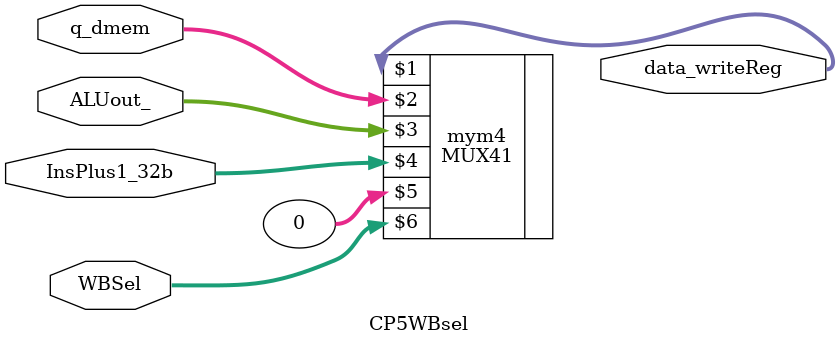
<source format=v>
module CP5WBsel(data_writeReg,WBSel,q_dmem,ALUout_,InsPlus1_32b);
input [31:0] InsPlus1_32b,ALUout_,q_dmem;
input [1:0] WBSel;
output [31:0] data_writeReg;

MUX41 mym4(data_writeReg,q_dmem,ALUout_,InsPlus1_32b,32'b0,WBSel);

endmodule

</source>
